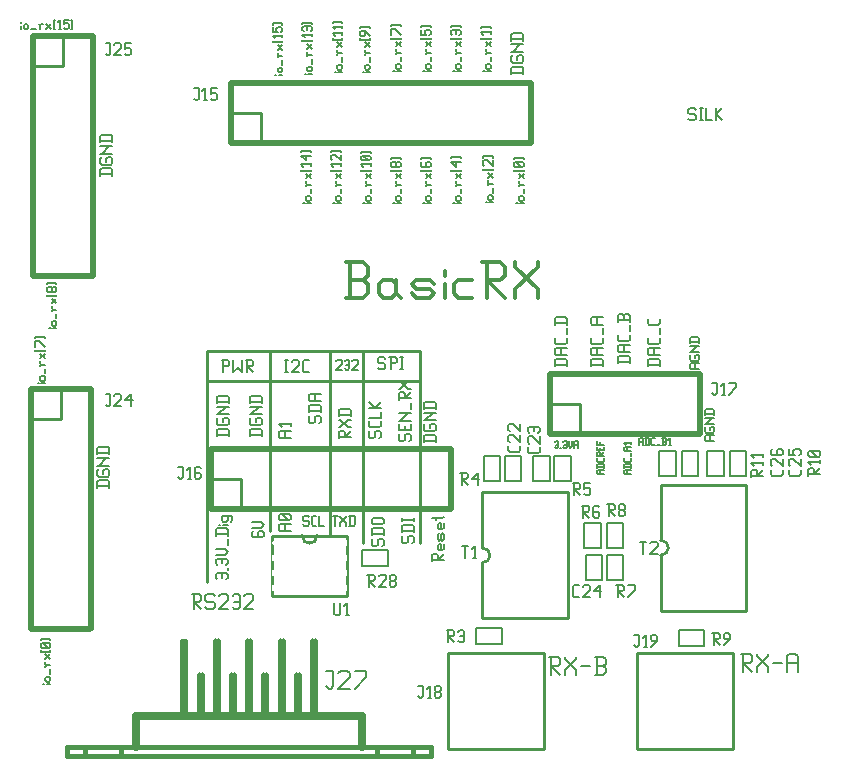
<source format=gbr>
G04 Title: RX Daughterboard, silkscreen, component side *
G04 Creator: pcb-bin 1.99p *
G04 CreationDate: Thu Dec 30 23:48:06 2004 UTC *
G04 For: matt *
G04 Format: Gerber/RS-274X *
G04 PCB-Dimensions: 275000 250000 *
G04 PCB-Coordinate-Origin: lower left *
%MOIN*%
%FSLAX24Y24*%
%IPPOS*%
%ADD11C,0.0100*%
%ADD12C,0.0300*%
%ADD13R,0.0600X0.0600*%
%ADD14R,0.0660X0.0660*%
%ADD15R,0.0900X0.0900X0.0600X0.0600*%
%ADD16R,0.0900X0.0900*%
%ADD17C,0.0600*%
%ADD18C,0.0660*%
%ADD19C,0.0900X0.0600*%
%ADD20C,0.0900*%
%ADD21C,0.0125*%
%AMTHERM1*7,0,0,0.0900,0.0600,0.0125,45*%
%ADD22THERM1*%
%ADD23C,0.1300*%
%ADD24C,0.1360*%
%ADD25C,0.1600X0.1300*%
%ADD26C,0.1600*%
%ADD27C,0.0150*%
%ADD28C,0.0250*%
%ADD29C,0.0080*%
%AMTHERM2*7,0,0,0.0900,0.0600,0.0100,45*%
%ADD30THERM2*%
%ADD31C,0.0200*%
%ADD32R,0.0240X0.0240*%
%ADD33R,0.0440X0.0440*%
%ADD34R,0.0300X0.0300*%
%ADD35C,0.0060*%
%ADD36C,0.0160*%
%ADD37C,0.0460*%
%ADD38C,0.0220*%
%ADD39R,0.0160X0.0160*%
%ADD40R,0.0460X0.0460*%
%ADD41R,0.0220X0.0220*%
%ADD42C,0.0500*%
%ADD43R,0.0200X0.0200*%
%ADD44R,0.0500X0.0500*%
%ADD45R,0.0540X0.0540*%
%ADD46R,0.0650X0.0650*%
%ADD47R,0.0950X0.0950*%
%ADD48C,0.1200X0.0900*%
%ADD49C,0.1200*%
%AMTHERM3*7,0,0,0.1200,0.0900,0.0150,45*%
%ADD50THERM3*%
%ADD51C,0.0720*%
%ADD52C,0.0920X0.0720*%
%ADD53C,0.0920*%
%ADD54C,0.0240*%
%ADD55C,0.0340*%
%ADD56C,0.0119*%
%ADD57C,0.1320*%
%ADD58C,0.1100*%
%ADD59C,0.1520*%
%ADD60C,0.1520X0.1320*%
%ADD61C,0.0400*%
%ADD62C,0.0600X0.0400*%
%AMTHERM4*7,0,0,0.0600,0.0400,0.0100,45*%
%ADD63THERM4*%
%ADD64C,0.0800*%
%ADD65C,0.0800X0.0600*%
%AMTHERM5*7,0,0,0.0800,0.0600,0.0160,45*%
%ADD66THERM5*%
%LNGROUP_3*%
%LPD*%
G01X0Y0D02*
G54D27*X1750Y300D02*Y0D01*
Y300D02*X13870D01*
Y0D01*
X1750D02*X13870D01*
X2350Y300D02*Y0D01*
X3550Y300D02*Y0D01*
X13270Y300D02*Y0D01*
X12070Y300D02*Y0D01*
G54D28*X4050Y1350D02*Y300D01*
Y1350D02*X11570D01*
Y300D01*
G54D27*X4050D02*X11570D01*
G54D28*X5650Y3810D02*Y1350D01*
X6730Y3810D02*Y1350D01*
X7810Y3810D02*Y1350D01*
X8890Y3810D02*Y1350D01*
X9970Y3810D02*Y1350D01*
X6190Y2690D02*Y1350D01*
X7270Y2690D02*Y1350D01*
X8350Y2690D02*Y1350D01*
X9430Y2690D02*Y1350D01*
G04 Text: J27 *
G54D29*X10380Y2850D02*X10605D01*
Y2325D01*
X10530Y2250D02*X10605Y2325D01*
X10455Y2250D02*X10530D01*
X10380Y2325D02*X10455Y2250D01*
X10785Y2775D02*X10860Y2850D01*
X11085D01*
X11160Y2775D01*
Y2625D01*
X10785Y2250D02*X11160Y2625D01*
X10785Y2250D02*X11160D01*
X11340D02*X11715Y2625D01*
Y2850D02*Y2625D01*
X11340Y2850D02*X11715D01*
G54D31*X600Y24000D02*Y16000D01*
X2600D01*
Y24000D02*Y16000D01*
X600Y24000D02*X2600D01*
G54D11*X600Y23000D02*X1600D01*
Y24000D02*Y23000D01*
G04 Text: J25 *
G54D29*X3020Y23760D02*X3170D01*
Y23410D01*
X3120Y23360D02*X3170Y23410D01*
X3070Y23360D02*X3120D01*
X3020Y23410D02*X3070Y23360D01*
X3290Y23710D02*X3340Y23760D01*
X3490D01*
X3540Y23710D01*
Y23610D01*
X3290Y23360D02*X3540Y23610D01*
X3290Y23360D02*X3540D01*
X3660Y23760D02*X3860D01*
X3660D02*Y23560D01*
X3710Y23610D01*
X3810D01*
X3860Y23560D01*
Y23410D01*
X3810Y23360D02*X3860Y23410D01*
X3710Y23360D02*X3810D01*
X3660Y23410D02*X3710Y23360D01*
G54D31*X550Y12250D02*Y4250D01*
X2550D01*
Y12250D02*Y4250D01*
X550Y12250D02*X2550D01*
G54D11*X550Y11250D02*X1550D01*
Y12250D02*Y11250D01*
G04 Text: J24 *
G54D29*X3030Y12060D02*X3180D01*
Y11710D01*
X3130Y11660D02*X3180Y11710D01*
X3080Y11660D02*X3130D01*
X3030Y11710D02*X3080Y11660D01*
X3300Y12010D02*X3350Y12060D01*
X3500D01*
X3550Y12010D01*
Y11910D01*
X3300Y11660D02*X3550Y11910D01*
X3300Y11660D02*X3550D01*
X3670Y11860D02*X3870Y12060D01*
X3670Y11860D02*X3920D01*
X3870Y12060D02*Y11660D01*
G54D11*X8560Y7350D02*X10070D01*
X9570D02*X11080D01*
Y5350D01*
X8560D02*X11080D01*
X8560Y7350D02*Y5350D01*
X9570Y7350D02*G75*G03X10070Y7350I250J0D01*G01*
G04 Text: U1 *
G54D29*X10650Y5100D02*Y4750D01*
X10700Y4700D01*
X10800D01*
X10850Y4750D01*
Y5100D02*Y4750D01*
X11020Y4700D02*X11120D01*
X11070Y5100D02*Y4700D01*
X10970Y5000D02*X11070Y5100D01*
G54D31*X6550Y8250D02*X14550D01*
Y10250D02*Y8250D01*
X6550Y10250D02*X14550D01*
X6550D02*Y8250D01*
G54D11*X7550Y9250D02*Y8250D01*
X6550Y9250D02*X7550D01*
G04 Text: J16 *
G54D29*X5450Y9650D02*X5600D01*
Y9300D01*
X5550Y9250D02*X5600Y9300D01*
X5500Y9250D02*X5550D01*
X5450Y9300D02*X5500Y9250D01*
X5770D02*X5870D01*
X5820Y9650D02*Y9250D01*
X5720Y9550D02*X5820Y9650D01*
X6140D02*X6190Y9600D01*
X6040Y9650D02*X6140D01*
X5990Y9600D02*X6040Y9650D01*
X5990Y9600D02*Y9300D01*
X6040Y9250D01*
X6140Y9450D02*X6190Y9400D01*
X5990Y9450D02*X6140D01*
X6040Y9250D02*X6140D01*
X6190Y9300D01*
Y9400D02*Y9300D01*
G54D35*X12420Y6870D02*Y6330D01*
X11580Y6870D02*X12420D01*
X11580D02*Y6330D01*
X12420D01*
G04 Text: R28 *
G54D29*X11750Y6050D02*X11950D01*
X12000Y6000D01*
Y5900D01*
X11950Y5850D02*X12000Y5900D01*
X11800Y5850D02*X11950D01*
X11800Y6050D02*Y5650D01*
Y5850D02*X12000Y5650D01*
X12120Y6000D02*X12170Y6050D01*
X12320D01*
X12370Y6000D01*
Y5900D01*
X12120Y5650D02*X12370Y5900D01*
X12120Y5650D02*X12370D01*
X12490Y5700D02*X12540Y5650D01*
X12490Y5800D02*Y5700D01*
Y5800D02*X12540Y5850D01*
X12640D01*
X12690Y5800D01*
Y5700D01*
X12640Y5650D02*X12690Y5700D01*
X12540Y5650D02*X12640D01*
X12490Y5900D02*X12540Y5850D01*
X12490Y6000D02*Y5900D01*
Y6000D02*X12540Y6050D01*
X12640D01*
X12690Y6000D01*
Y5900D01*
X12640Y5850D02*X12690Y5900D01*
G54D35*X16330Y10020D02*X16870D01*
X16330D02*Y9180D01*
X16870D01*
Y10020D02*Y9180D01*
G04 Text: C22 *
G54D29*X16850Y10350D02*Y10200D01*
X16800Y10150D02*X16850Y10200D01*
X16500Y10150D02*X16800D01*
X16500D02*X16450Y10200D01*
Y10350D02*Y10200D01*
X16500Y10470D02*X16450Y10520D01*
Y10670D02*Y10520D01*
Y10670D02*X16500Y10720D01*
X16600D01*
X16850Y10470D02*X16600Y10720D01*
X16850D02*Y10470D01*
X16500Y10840D02*X16450Y10890D01*
Y11040D02*Y10890D01*
Y11040D02*X16500Y11090D01*
X16600D01*
X16850Y10840D02*X16600Y11090D01*
X16850D02*Y10840D01*
G54D35*X15630Y9180D02*X16170D01*
Y10020D02*Y9180D01*
X15630Y10020D02*X16170D01*
X15630D02*Y9180D01*
G04 Text: R4 *
G54D29*X14850Y9450D02*X15050D01*
X15100Y9400D01*
Y9300D01*
X15050Y9250D02*X15100Y9300D01*
X14900Y9250D02*X15050D01*
X14900Y9450D02*Y9050D01*
Y9250D02*X15100Y9050D01*
X15220Y9250D02*X15420Y9450D01*
X15220Y9250D02*X15470D01*
X15420Y9450D02*Y9050D01*
G54D11*X15580Y4600D02*X18420D01*
Y8800D02*Y4600D01*
X15580Y8800D02*X18420D01*
X15580Y6450D02*Y4600D01*
Y8800D02*Y6950D01*
Y6450D02*G75*G03X15580Y6950I0J250D01*G01*
G04 Text: T1 *
G54D29*X14900Y7000D02*X15100D01*
X15000D02*Y6600D01*
X15270D02*X15370D01*
X15320Y7000D02*Y6600D01*
X15220Y6900D02*X15320Y7000D01*
G54D35*X19730Y6720D02*X20270D01*
X19730D02*Y5880D01*
X20270D01*
Y6720D02*Y5880D01*
G04 Text: R7 *
G54D29*X20050Y5700D02*X20250D01*
X20300Y5650D01*
Y5550D01*
X20250Y5500D02*X20300Y5550D01*
X20100Y5500D02*X20250D01*
X20100Y5700D02*Y5300D01*
Y5500D02*X20300Y5300D01*
X20420D02*X20670Y5550D01*
Y5700D02*Y5550D01*
X20420Y5700D02*X20670D01*
G54D35*X18980Y7770D02*X19520D01*
X18980D02*Y6930D01*
X19520D01*
Y7770D02*Y6930D01*
G04 Text: R6 *
G54D29*X18900Y8350D02*X19100D01*
X19150Y8300D01*
Y8200D01*
X19100Y8150D02*X19150Y8200D01*
X18950Y8150D02*X19100D01*
X18950Y8350D02*Y7950D01*
Y8150D02*X19150Y7950D01*
X19420Y8350D02*X19470Y8300D01*
X19320Y8350D02*X19420D01*
X19270Y8300D02*X19320Y8350D01*
X19270Y8300D02*Y8000D01*
X19320Y7950D01*
X19420Y8150D02*X19470Y8100D01*
X19270Y8150D02*X19420D01*
X19320Y7950D02*X19420D01*
X19470Y8000D01*
Y8100D02*Y8000D01*
G54D35*X19570Y6720D02*Y5880D01*
X19030D02*X19570D01*
X19030Y6720D02*Y5880D01*
Y6720D02*X19570D01*
G04 Text: C24 *
G54D29*X18650Y5300D02*X18800D01*
X18600Y5350D02*X18650Y5300D01*
X18600Y5650D02*Y5350D01*
Y5650D02*X18650Y5700D01*
X18800D01*
X18920Y5650D02*X18970Y5700D01*
X19120D01*
X19170Y5650D01*
Y5550D01*
X18920Y5300D02*X19170Y5550D01*
X18920Y5300D02*X19170D01*
X19290Y5500D02*X19490Y5700D01*
X19290Y5500D02*X19540D01*
X19490Y5700D02*Y5300D01*
G54D35*X19730Y7770D02*X20270D01*
X19730D02*Y6930D01*
X20270D01*
Y7770D02*Y6930D01*
G04 Text: R8 *
G54D29*X19750Y8400D02*X19950D01*
X20000Y8350D01*
Y8250D01*
X19950Y8200D02*X20000Y8250D01*
X19800Y8200D02*X19950D01*
X19800Y8400D02*Y8000D01*
Y8200D02*X20000Y8000D01*
X20120Y8050D02*X20170Y8000D01*
X20120Y8150D02*Y8050D01*
Y8150D02*X20170Y8200D01*
X20270D01*
X20320Y8150D01*
Y8050D01*
X20270Y8000D02*X20320Y8050D01*
X20170Y8000D02*X20270D01*
X20120Y8250D02*X20170Y8200D01*
X20120Y8350D02*Y8250D01*
Y8350D02*X20170Y8400D01*
X20270D01*
X20320Y8350D01*
Y8250D01*
X20270Y8200D02*X20320Y8250D01*
G54D35*X22130Y4220D02*Y3680D01*
X22970D01*
Y4220D02*Y3680D01*
X22130Y4220D02*X22970D01*
G04 Text: R9 *
G54D29*X23250Y4100D02*X23450D01*
X23500Y4050D01*
Y3950D01*
X23450Y3900D02*X23500Y3950D01*
X23300Y3900D02*X23450D01*
X23300Y4100D02*Y3700D01*
Y3900D02*X23500Y3700D01*
X23620D02*X23820Y3900D01*
Y4050D02*Y3900D01*
X23770Y4100D02*X23820Y4050D01*
X23670Y4100D02*X23770D01*
X23620Y4050D02*X23670Y4100D01*
X23620Y4050D02*Y3950D01*
X23670Y3900D01*
X23820D01*
G54D35*X22230Y10170D02*X22770D01*
X22230D02*Y9330D01*
X22770D01*
Y10170D02*Y9330D01*
G04 Text: C26 *
G54D29*X25600Y9550D02*Y9400D01*
X25550Y9350D02*X25600Y9400D01*
X25250Y9350D02*X25550D01*
X25250D02*X25200Y9400D01*
Y9550D02*Y9400D01*
X25250Y9670D02*X25200Y9720D01*
Y9870D02*Y9720D01*
Y9870D02*X25250Y9920D01*
X25350D01*
X25600Y9670D02*X25350Y9920D01*
X25600D02*Y9670D01*
X25200Y10190D02*X25250Y10240D01*
X25200Y10190D02*Y10090D01*
X25250Y10040D02*X25200Y10090D01*
X25250Y10040D02*X25550D01*
X25600Y10090D01*
X25400Y10190D02*X25450Y10240D01*
X25400Y10190D02*Y10040D01*
X25600Y10190D02*Y10090D01*
Y10190D02*X25550Y10240D01*
X25450D02*X25550D01*
G54D35*X23080Y10170D02*X23620D01*
X23080D02*Y9330D01*
X23620D01*
Y10170D02*Y9330D01*
G04 Text: C25 *
G54D29*X26200Y9550D02*Y9400D01*
X26150Y9350D02*X26200Y9400D01*
X25850Y9350D02*X26150D01*
X25850D02*X25800Y9400D01*
Y9550D02*Y9400D01*
X25850Y9670D02*X25800Y9720D01*
Y9870D02*Y9720D01*
Y9870D02*X25850Y9920D01*
X25950D01*
X26200Y9670D02*X25950Y9920D01*
X26200D02*Y9670D01*
X25800Y10240D02*Y10040D01*
X26000D01*
X25950Y10090D01*
Y10190D02*Y10090D01*
Y10190D02*X26000Y10240D01*
X26150D01*
X26200Y10190D02*X26150Y10240D01*
X26200Y10190D02*Y10090D01*
X26150Y10040D02*X26200Y10090D01*
G54D35*X21480Y9330D02*X22020D01*
Y10170D02*Y9330D01*
X21480Y10170D02*X22020D01*
X21480D02*Y9330D01*
G04 Text: R11 *
G54D29*X24550Y9500D02*Y9300D01*
Y9500D02*X24600Y9550D01*
X24700D01*
X24750Y9500D02*X24700Y9550D01*
X24750Y9500D02*Y9350D01*
X24550D02*X24950D01*
X24750D02*X24950Y9550D01*
Y9820D02*Y9720D01*
X24550Y9770D02*X24950D01*
X24650Y9670D02*X24550Y9770D01*
X24950Y10090D02*Y9990D01*
X24550Y10040D02*X24950D01*
X24650Y9940D02*X24550Y10040D01*
G54D35*X17980Y9180D02*X18520D01*
Y10020D02*Y9180D01*
X17980Y10020D02*X18520D01*
X17980D02*Y9180D01*
G04 Text: R5 *
G54D29*X18600Y9100D02*X18800D01*
X18850Y9050D01*
Y8950D01*
X18800Y8900D02*X18850Y8950D01*
X18650Y8900D02*X18800D01*
X18650Y9100D02*Y8700D01*
Y8900D02*X18850Y8700D01*
X18970Y9100D02*X19170D01*
X18970D02*Y8900D01*
X19020Y8950D01*
X19120D01*
X19170Y8900D01*
Y8750D01*
X19120Y8700D02*X19170Y8750D01*
X19020Y8700D02*X19120D01*
X18970Y8750D02*X19020Y8700D01*
G54D11*X23950Y3450D02*Y250D01*
X20750D02*X23950D01*
X20750Y3450D02*Y250D01*
Y3450D02*X23950D01*
G04 Text: J19 *
G54D29*X20650Y4050D02*X20800D01*
Y3700D01*
X20750Y3650D02*X20800Y3700D01*
X20700Y3650D02*X20750D01*
X20650Y3700D02*X20700Y3650D01*
X20970D02*X21070D01*
X21020Y4050D02*Y3650D01*
X20920Y3950D02*X21020Y4050D01*
X21190Y3650D02*X21390Y3850D01*
Y4000D02*Y3850D01*
X21340Y4050D02*X21390Y4000D01*
X21240Y4050D02*X21340D01*
X21190Y4000D02*X21240Y4050D01*
X21190Y4000D02*Y3900D01*
X21240Y3850D01*
X21390D01*
G54D11*X17650Y3450D02*Y250D01*
X14450D02*X17650D01*
X14450Y3450D02*Y250D01*
Y3450D02*X17650D01*
G04 Text: J18 *
G54D29*X13450Y2350D02*X13600D01*
Y2000D01*
X13550Y1950D02*X13600Y2000D01*
X13500Y1950D02*X13550D01*
X13450Y2000D02*X13500Y1950D01*
X13770D02*X13870D01*
X13820Y2350D02*Y1950D01*
X13720Y2250D02*X13820Y2350D01*
X13990Y2000D02*X14040Y1950D01*
X13990Y2100D02*Y2000D01*
Y2100D02*X14040Y2150D01*
X14140D01*
X14190Y2100D01*
Y2000D01*
X14140Y1950D02*X14190Y2000D01*
X14040Y1950D02*X14140D01*
X13990Y2200D02*X14040Y2150D01*
X13990Y2300D02*Y2200D01*
Y2300D02*X14040Y2350D01*
X14140D01*
X14190Y2300D01*
Y2200D01*
X14140Y2150D02*X14190Y2200D01*
G54D31*X17850Y10750D02*X22850D01*
Y12750D02*Y10750D01*
X17850Y12750D02*X22850D01*
X17850D02*Y10750D01*
G54D11*X18850Y11750D02*Y10750D01*
X17850Y11750D02*X18850D01*
G04 Text: J17 *
G54D29*X23250Y12450D02*X23400D01*
Y12100D01*
X23350Y12050D02*X23400Y12100D01*
X23300Y12050D02*X23350D01*
X23250Y12100D02*X23300Y12050D01*
X23570D02*X23670D01*
X23620Y12450D02*Y12050D01*
X23520Y12350D02*X23620Y12450D01*
X23790Y12050D02*X24040Y12300D01*
Y12450D02*Y12300D01*
X23790Y12450D02*X24040D01*
G54D31*X7200Y20450D02*X17200D01*
Y22450D02*Y20450D01*
X7200Y22450D02*X17200D01*
X7200D02*Y20450D01*
G54D11*X8200Y21450D02*Y20450D01*
X7200Y21450D02*X8200D01*
G04 Text: J15 *
G54D29*X5980Y22270D02*X6130D01*
Y21920D01*
X6080Y21870D02*X6130Y21920D01*
X6030Y21870D02*X6080D01*
X5980Y21920D02*X6030Y21870D01*
X6300D02*X6400D01*
X6350Y22270D02*Y21870D01*
X6250Y22170D02*X6350Y22270D01*
X6520D02*X6720D01*
X6520D02*Y22070D01*
X6570Y22120D01*
X6670D01*
X6720Y22070D01*
Y21920D01*
X6670Y21870D02*X6720Y21920D01*
X6570Y21870D02*X6670D01*
X6520Y21920D02*X6570Y21870D01*
G54D35*X23830Y9330D02*X24370D01*
Y10170D02*Y9330D01*
X23830Y10170D02*X24370D01*
X23830D02*Y9330D01*
G04 Text: R10 *
G54D29*X26450Y9550D02*Y9350D01*
Y9550D02*X26500Y9600D01*
X26600D01*
X26650Y9550D02*X26600Y9600D01*
X26650Y9550D02*Y9400D01*
X26450D02*X26850D01*
X26650D02*X26850Y9600D01*
Y9870D02*Y9770D01*
X26450Y9820D02*X26850D01*
X26550Y9720D02*X26450Y9820D01*
X26800Y9990D02*X26850Y10040D01*
X26500Y9990D02*X26800D01*
X26500D02*X26450Y10040D01*
Y10140D02*Y10040D01*
Y10140D02*X26500Y10190D01*
X26800D01*
X26850Y10140D02*X26800Y10190D01*
X26850Y10140D02*Y10040D01*
X26750Y9990D02*X26550Y10190D01*
G54D35*X17280Y10020D02*X17820D01*
X17280D02*Y9180D01*
X17820D01*
Y10020D02*Y9180D01*
G04 Text: C23 *
G54D29*X17500Y10300D02*Y10150D01*
X17450Y10100D02*X17500Y10150D01*
X17150Y10100D02*X17450D01*
X17150D02*X17100Y10150D01*
Y10300D02*Y10150D01*
X17150Y10420D02*X17100Y10470D01*
Y10620D02*Y10470D01*
Y10620D02*X17150Y10670D01*
X17250D01*
X17500Y10420D02*X17250Y10670D01*
X17500D02*Y10420D01*
X17150Y10790D02*X17100Y10840D01*
Y10940D02*Y10840D01*
Y10940D02*X17150Y10990D01*
X17450D01*
X17500Y10940D02*X17450Y10990D01*
X17500Y10940D02*Y10840D01*
X17450Y10790D02*X17500Y10840D01*
X17300Y10990D02*Y10840D01*
G54D11*X21530Y4850D02*X24370D01*
Y9050D02*Y4850D01*
X21530Y9050D02*X24370D01*
X21530Y6700D02*Y4850D01*
Y9050D02*Y7200D01*
Y6700D02*G75*G03X21530Y7200I0J250D01*G01*
G04 Text: T2 *
G54D29*X20850Y7150D02*X21050D01*
X20950D02*Y6750D01*
X21170Y7100D02*X21220Y7150D01*
X21370D01*
X21420Y7100D01*
Y7000D01*
X21170Y6750D02*X21420Y7000D01*
X21170Y6750D02*X21420D01*
G54D35*X16220Y4270D02*Y3730D01*
X15380Y4270D02*X16220D01*
X15380D02*Y3730D01*
X16220D01*
G04 Text: R3 *
G54D29*X14400Y4200D02*X14600D01*
X14650Y4150D01*
Y4050D01*
X14600Y4000D02*X14650Y4050D01*
X14450Y4000D02*X14600D01*
X14450Y4200D02*Y3800D01*
Y4000D02*X14650Y3800D01*
X14770Y4150D02*X14820Y4200D01*
X14920D01*
X14970Y4150D01*
Y3850D01*
X14920Y3800D02*X14970Y3850D01*
X14820Y3800D02*X14920D01*
X14770Y3850D02*X14820Y3800D01*
Y4000D02*X14970D01*
G54D11*X6400Y12500D02*X13500D01*
Y13500D02*Y7100D01*
X11600Y13500D02*Y7100D01*
X10500Y13500D02*Y7400D01*
X8500Y13500D02*Y7500D01*
X6400Y13500D02*X13500D01*
X6400Y5800D02*Y13500D01*
G04 Text: AGND *
G54D29*X23039Y10500D02*X23312D01*
X23039D02*X23000Y10539D01*
Y10656D02*Y10539D01*
Y10656D02*X23039Y10695D01*
X23312D01*
X23156D02*Y10500D01*
X23000Y10944D02*X23039Y10983D01*
X23000Y10944D02*Y10827D01*
X23039Y10788D02*X23000Y10827D01*
X23039Y10788D02*X23273D01*
X23312Y10827D01*
Y10944D02*Y10827D01*
Y10944D02*X23273Y10983D01*
X23195D02*X23273D01*
X23156Y10944D02*X23195Y10983D01*
X23156Y10944D02*Y10866D01*
X23000Y11077D02*X23312D01*
X23000D02*X23039D01*
X23234Y11272D01*
X23000D02*X23312D01*
X23000Y11405D02*X23312D01*
X23000Y11522D02*X23039Y11561D01*
X23273D01*
X23312Y11522D02*X23273Y11561D01*
X23312Y11522D02*Y11366D01*
X23000Y11522D02*Y11366D01*
G04 Text: AGND *
X22539Y12900D02*X22812D01*
X22539D02*X22500Y12939D01*
Y13056D02*Y12939D01*
Y13056D02*X22539Y13095D01*
X22812D01*
X22656D02*Y12900D01*
X22500Y13344D02*X22539Y13383D01*
X22500Y13344D02*Y13227D01*
X22539Y13188D02*X22500Y13227D01*
X22539Y13188D02*X22773D01*
X22812Y13227D01*
Y13344D02*Y13227D01*
Y13344D02*X22773Y13383D01*
X22695D02*X22773D01*
X22656Y13344D02*X22695Y13383D01*
X22656Y13344D02*Y13266D01*
X22500Y13477D02*X22812D01*
X22500D02*X22539D01*
X22734Y13672D01*
X22500D02*X22812D01*
X22500Y13805D02*X22812D01*
X22500Y13922D02*X22539Y13961D01*
X22773D01*
X22812Y13922D02*X22773Y13961D01*
X22812Y13922D02*Y13766D01*
X22500Y13922D02*Y13766D01*
G04 Text: ADCREF *
X19428Y9400D02*X19624D01*
X19428D02*X19400Y9428D01*
Y9512D02*Y9428D01*
Y9512D02*X19428Y9540D01*
X19624D01*
X19512D02*Y9400D01*
X19400Y9635D02*X19624D01*
X19400Y9719D02*X19428Y9747D01*
X19596D01*
X19624Y9719D02*X19596Y9747D01*
X19624Y9719D02*Y9607D01*
X19400Y9719D02*Y9607D01*
X19624Y9926D02*Y9842D01*
X19596Y9814D02*X19624Y9842D01*
X19428Y9814D02*X19596D01*
X19428D02*X19400Y9842D01*
Y9926D02*Y9842D01*
Y10105D02*Y9993D01*
Y10105D02*X19428Y10133D01*
X19484D01*
X19512Y10105D02*X19484Y10133D01*
X19512Y10105D02*Y10021D01*
X19400D02*X19624D01*
X19512D02*X19624Y10133D01*
X19512Y10285D02*Y10201D01*
X19624Y10313D02*Y10201D01*
X19400D02*X19624D01*
X19400Y10313D02*Y10201D01*
Y10380D02*X19624D01*
X19400Y10492D02*Y10380D01*
X19512Y10464D02*Y10380D01*
G04 Text: ADC_B1 *
X20800Y10572D02*Y10376D01*
Y10572D02*X20828Y10600D01*
X20912D01*
X20940Y10572D01*
Y10376D01*
X20800Y10488D02*X20940D01*
X21035Y10600D02*Y10376D01*
X21119Y10600D02*X21147Y10572D01*
Y10404D01*
X21119Y10376D02*X21147Y10404D01*
X21007Y10376D02*X21119D01*
X21007Y10600D02*X21119D01*
X21242Y10376D02*X21326D01*
X21214Y10404D02*X21242Y10376D01*
X21214Y10572D02*Y10404D01*
Y10572D02*X21242Y10600D01*
X21326D01*
X21393Y10376D02*X21505D01*
X21573D02*X21685D01*
X21713Y10404D01*
Y10460D02*Y10404D01*
X21685Y10488D02*X21713Y10460D01*
X21601Y10488D02*X21685D01*
X21601Y10600D02*Y10376D01*
X21573Y10600D02*X21685D01*
X21713Y10572D01*
Y10516D01*
X21685Y10488D02*X21713Y10516D01*
X21808Y10376D02*X21864D01*
X21836Y10600D02*Y10376D01*
X21780Y10544D02*X21836Y10600D01*
G04 Text: DAC_B *
X20100Y13150D02*X20500D01*
X20100Y13300D02*X20150Y13350D01*
X20450D01*
X20500Y13300D02*X20450Y13350D01*
X20500Y13300D02*Y13100D01*
X20100Y13300D02*Y13100D01*
X20150Y13470D02*X20500D01*
X20150D02*X20100Y13520D01*
Y13670D02*Y13520D01*
Y13670D02*X20150Y13720D01*
X20500D01*
X20300D02*Y13470D01*
X20500Y14040D02*Y13890D01*
X20450Y13840D02*X20500Y13890D01*
X20150Y13840D02*X20450D01*
X20150D02*X20100Y13890D01*
Y14040D02*Y13890D01*
X20500Y14360D02*Y14160D01*
Y14680D02*Y14480D01*
Y14680D02*X20450Y14730D01*
X20350D02*X20450D01*
X20300Y14680D02*X20350Y14730D01*
X20300Y14680D02*Y14530D01*
X20100D02*X20500D01*
X20100Y14680D02*Y14480D01*
Y14680D02*X20150Y14730D01*
X20250D01*
X20300Y14680D02*X20250Y14730D01*
G04 Text: DAC_A *
X19200Y13050D02*X19600D01*
X19200Y13200D02*X19250Y13250D01*
X19550D01*
X19600Y13200D02*X19550Y13250D01*
X19600Y13200D02*Y13000D01*
X19200Y13200D02*Y13000D01*
X19250Y13370D02*X19600D01*
X19250D02*X19200Y13420D01*
Y13570D02*Y13420D01*
Y13570D02*X19250Y13620D01*
X19600D01*
X19400D02*Y13370D01*
X19600Y13940D02*Y13790D01*
X19550Y13740D02*X19600Y13790D01*
X19250Y13740D02*X19550D01*
X19250D02*X19200Y13790D01*
Y13940D02*Y13790D01*
X19600Y14260D02*Y14060D01*
X19250Y14380D02*X19600D01*
X19250D02*X19200Y14430D01*
Y14580D02*Y14430D01*
Y14580D02*X19250Y14630D01*
X19600D01*
X19400D02*Y14380D01*
G04 Text: 3.3VA *
X18000Y10472D02*X18028Y10500D01*
X18084D01*
X18112Y10472D01*
Y10304D01*
X18084Y10276D02*X18112Y10304D01*
X18028Y10276D02*X18084D01*
X18000Y10304D02*X18028Y10276D01*
Y10388D02*X18112D01*
X18179Y10276D02*X18207D01*
X18274Y10472D02*X18302Y10500D01*
X18358D01*
X18386Y10472D01*
Y10304D01*
X18358Y10276D02*X18386Y10304D01*
X18302Y10276D02*X18358D01*
X18274Y10304D02*X18302Y10276D01*
Y10388D02*X18386D01*
X18453Y10500D02*Y10332D01*
X18509Y10276D01*
X18565Y10332D01*
Y10500D02*Y10332D01*
X18633Y10472D02*Y10276D01*
Y10472D02*X18661Y10500D01*
X18745D01*
X18773Y10472D01*
Y10276D01*
X18633Y10388D02*X18773D01*
G04 Text: ADC_A1 *
X20328Y9400D02*X20524D01*
X20328D02*X20300Y9428D01*
Y9512D02*Y9428D01*
Y9512D02*X20328Y9540D01*
X20524D01*
X20412D02*Y9400D01*
X20300Y9635D02*X20524D01*
X20300Y9719D02*X20328Y9747D01*
X20496D01*
X20524Y9719D02*X20496Y9747D01*
X20524Y9719D02*Y9607D01*
X20300Y9719D02*Y9607D01*
X20524Y9926D02*Y9842D01*
X20496Y9814D02*X20524Y9842D01*
X20328Y9814D02*X20496D01*
X20328D02*X20300Y9842D01*
Y9926D02*Y9842D01*
X20524Y10105D02*Y9993D01*
X20328Y10173D02*X20524D01*
X20328D02*X20300Y10201D01*
Y10285D02*Y10201D01*
Y10285D02*X20328Y10313D01*
X20524D01*
X20412D02*Y10173D01*
X20524Y10464D02*Y10408D01*
X20300Y10436D02*X20524D01*
X20356Y10380D02*X20300Y10436D01*
G04 Text: DAC_D *
X18000Y13050D02*X18400D01*
X18000Y13200D02*X18050Y13250D01*
X18350D01*
X18400Y13200D02*X18350Y13250D01*
X18400Y13200D02*Y13000D01*
X18000Y13200D02*Y13000D01*
X18050Y13370D02*X18400D01*
X18050D02*X18000Y13420D01*
Y13570D02*Y13420D01*
Y13570D02*X18050Y13620D01*
X18400D01*
X18200D02*Y13370D01*
X18400Y13940D02*Y13790D01*
X18350Y13740D02*X18400Y13790D01*
X18050Y13740D02*X18350D01*
X18050D02*X18000Y13790D01*
Y13940D02*Y13790D01*
X18400Y14260D02*Y14060D01*
X18000Y14430D02*X18400D01*
X18000Y14580D02*X18050Y14630D01*
X18350D01*
X18400Y14580D02*X18350Y14630D01*
X18400Y14580D02*Y14380D01*
X18000Y14580D02*Y14380D01*
G04 Text: DAC_C *
X21100Y13050D02*X21500D01*
X21100Y13200D02*X21150Y13250D01*
X21450D01*
X21500Y13200D02*X21450Y13250D01*
X21500Y13200D02*Y13000D01*
X21100Y13200D02*Y13000D01*
X21150Y13370D02*X21500D01*
X21150D02*X21100Y13420D01*
Y13570D02*Y13420D01*
Y13570D02*X21150Y13620D01*
X21500D01*
X21300D02*Y13370D01*
X21500Y13940D02*Y13790D01*
X21450Y13740D02*X21500Y13790D01*
X21150Y13740D02*X21450D01*
X21150D02*X21100Y13790D01*
Y13940D02*Y13790D01*
X21500Y14260D02*Y14060D01*
Y14580D02*Y14430D01*
X21450Y14380D02*X21500Y14430D01*
X21150Y14380D02*X21450D01*
X21150D02*X21100Y14430D01*
Y14580D02*Y14430D01*
G04 Text: 232 *
X10700Y13161D02*X10739Y13200D01*
X10856D01*
X10895Y13161D01*
Y13083D01*
X10700Y12888D02*X10895Y13083D01*
X10700Y12888D02*X10895D01*
X10988Y13161D02*X11027Y13200D01*
X11105D01*
X11144Y13161D01*
Y12927D01*
X11105Y12888D02*X11144Y12927D01*
X11027Y12888D02*X11105D01*
X10988Y12927D02*X11027Y12888D01*
Y13044D02*X11144D01*
X11238Y13161D02*X11277Y13200D01*
X11394D01*
X11433Y13161D01*
Y13083D01*
X11238Y12888D02*X11433Y13083D01*
X11238Y12888D02*X11433D01*
G04 Text: I2C *
X9000Y13200D02*X9100D01*
X9050D02*Y12800D01*
X9000D02*X9100D01*
X9220Y13150D02*X9270Y13200D01*
X9420D01*
X9470Y13150D01*
Y13050D01*
X9220Y12800D02*X9470Y13050D01*
X9220Y12800D02*X9470D01*
X9640D02*X9790D01*
X9590Y12850D02*X9640Y12800D01*
X9590Y13150D02*Y12850D01*
Y13150D02*X9640Y13200D01*
X9790D01*
G04 Text: SPI *
X12300Y13300D02*X12350Y13250D01*
X12150Y13300D02*X12300D01*
X12100Y13250D02*X12150Y13300D01*
X12100Y13250D02*Y13150D01*
X12150Y13100D01*
X12300D01*
X12350Y13050D01*
Y12950D01*
X12300Y12900D02*X12350Y12950D01*
X12150Y12900D02*X12300D01*
X12100Y12950D02*X12150Y12900D01*
X12520Y13300D02*Y12900D01*
X12470Y13300D02*X12670D01*
X12720Y13250D01*
Y13150D01*
X12670Y13100D02*X12720Y13150D01*
X12520Y13100D02*X12670D01*
X12840Y13300D02*X12940D01*
X12890D02*Y12900D01*
X12840D02*X12940D01*
G04 Text: PWR *
X6950Y13200D02*Y12800D01*
X6900Y13200D02*X7100D01*
X7150Y13150D01*
Y13050D01*
X7100Y13000D02*X7150Y13050D01*
X6950Y13000D02*X7100D01*
X7270Y13200D02*Y12800D01*
X7420Y12950D01*
X7570Y12800D01*
Y13200D02*Y12800D01*
X7690Y13200D02*X7890D01*
X7940Y13150D01*
Y13050D01*
X7890Y13000D02*X7940Y13050D01*
X7740Y13000D02*X7890D01*
X7740Y13200D02*Y12800D01*
Y13000D02*X7940Y12800D01*
G04 Text: 6V *
X7900Y7450D02*X7950Y7500D01*
X7900Y7450D02*Y7350D01*
X7950Y7300D02*X7900Y7350D01*
X7950Y7300D02*X8250D01*
X8300Y7350D01*
X8100Y7450D02*X8150Y7500D01*
X8100Y7450D02*Y7300D01*
X8300Y7450D02*Y7350D01*
Y7450D02*X8250Y7500D01*
X8150D02*X8250D01*
X7900Y7620D02*X8200D01*
X8300Y7720D01*
X8200Y7820D01*
X7900D02*X8200D01*
G04 Text: 3.3V_Dig *
X6750Y5900D02*X6700Y5950D01*
Y6050D02*Y5950D01*
Y6050D02*X6750Y6100D01*
X7050D01*
X7100Y6050D02*X7050Y6100D01*
X7100Y6050D02*Y5950D01*
X7050Y5900D02*X7100Y5950D01*
X6900Y6100D02*Y5950D01*
X7100Y6270D02*Y6220D01*
X6750Y6390D02*X6700Y6440D01*
Y6540D02*Y6440D01*
Y6540D02*X6750Y6590D01*
X7050D01*
X7100Y6540D02*X7050Y6590D01*
X7100Y6540D02*Y6440D01*
X7050Y6390D02*X7100Y6440D01*
X6900Y6590D02*Y6440D01*
X6700Y6710D02*X7000D01*
X7100Y6810D01*
X7000Y6910D01*
X6700D02*X7000D01*
X7100Y7230D02*Y7030D01*
X6700Y7400D02*X7100D01*
X6700Y7550D02*X6750Y7600D01*
X7050D01*
X7100Y7550D02*X7050Y7600D01*
X7100Y7550D02*Y7350D01*
X6700Y7550D02*Y7350D01*
X6800Y7720D02*X6850D01*
X6950D02*X7100D01*
X6900Y7970D02*X6950Y8020D01*
X6900Y7970D02*Y7870D01*
X6950Y7820D02*X6900Y7870D01*
X6950Y7820D02*X7050D01*
X7100Y7870D01*
Y7970D02*Y7870D01*
Y7970D02*X7050Y8020D01*
X7200Y7820D02*X7250Y7870D01*
Y7970D02*Y7870D01*
Y7970D02*X7200Y8020D01*
X6900D02*X7200D01*
G04 Text: TXD *
X10600Y8000D02*X10756D01*
X10678D02*Y7688D01*
X10849Y8000D02*Y7961D01*
X11044Y7766D01*
Y7688D01*
X10849Y7766D02*Y7688D01*
Y7766D02*X11044Y7961D01*
Y8000D02*Y7961D01*
X11177Y8000D02*Y7688D01*
X11294Y8000D02*X11333Y7961D01*
Y7727D01*
X11294Y7688D02*X11333Y7727D01*
X11138Y7688D02*X11294D01*
X11138Y8000D02*X11294D01*
G04 Text: RXD *
X10800Y10800D02*Y10600D01*
Y10800D02*X10850Y10850D01*
X10950D01*
X11000Y10800D02*X10950Y10850D01*
X11000Y10800D02*Y10650D01*
X10800D02*X11200D01*
X11000D02*X11200Y10850D01*
X10800Y10970D02*X10850D01*
X11100Y11220D01*
X11200D01*
X11100Y10970D02*X11200D01*
X11100D02*X10850Y11220D01*
X10800D02*X10850D01*
X10800Y11390D02*X11200D01*
X10800Y11540D02*X10850Y11590D01*
X11150D01*
X11200Y11540D02*X11150Y11590D01*
X11200Y11540D02*Y11340D01*
X10800Y11540D02*Y11340D01*
G04 Text: Reset *
X13900Y6700D02*Y6500D01*
Y6700D02*X13950Y6750D01*
X14050D01*
X14100Y6700D02*X14050Y6750D01*
X14100Y6700D02*Y6550D01*
X13900D02*X14300D01*
X14100D02*X14300Y6750D01*
Y7070D02*Y6920D01*
X14250Y6870D02*X14300Y6920D01*
X14150Y6870D02*X14250D01*
X14150D02*X14100Y6920D01*
Y7020D02*Y6920D01*
Y7020D02*X14150Y7070D01*
X14200D02*Y6870D01*
X14150Y7070D02*X14200D01*
X14300Y7390D02*Y7240D01*
Y7390D02*X14250Y7440D01*
X14200Y7390D02*X14250Y7440D01*
X14200Y7390D02*Y7240D01*
X14150Y7190D02*X14200Y7240D01*
X14150Y7190D02*X14100Y7240D01*
Y7390D02*Y7240D01*
Y7390D02*X14150Y7440D01*
X14250Y7190D02*X14300Y7240D01*
Y7760D02*Y7610D01*
X14250Y7560D02*X14300Y7610D01*
X14150Y7560D02*X14250D01*
X14150D02*X14100Y7610D01*
Y7710D02*Y7610D01*
Y7710D02*X14150Y7760D01*
X14200D02*Y7560D01*
X14150Y7760D02*X14200D01*
X13900Y7930D02*X14250D01*
X14300Y7980D01*
X14050D02*Y7880D01*
G04 Text: SDO *
X11900Y7200D02*X11950Y7250D01*
X11900Y7200D02*Y7050D01*
X11950Y7000D02*X11900Y7050D01*
X11950Y7000D02*X12050D01*
X12100Y7050D01*
Y7200D02*Y7050D01*
Y7200D02*X12150Y7250D01*
X12250D01*
X12300Y7200D02*X12250Y7250D01*
X12300Y7200D02*Y7050D01*
X12250Y7000D02*X12300Y7050D01*
X11900Y7420D02*X12300D01*
X11900Y7570D02*X11950Y7620D01*
X12250D01*
X12300Y7570D02*X12250Y7620D01*
X12300Y7570D02*Y7370D01*
X11900Y7570D02*Y7370D01*
X11950Y7740D02*X12250D01*
X11950D02*X11900Y7790D01*
Y7890D02*Y7790D01*
Y7890D02*X11950Y7940D01*
X12250D01*
X12300Y7890D02*X12250Y7940D01*
X12300Y7890D02*Y7790D01*
X12250Y7740D02*X12300Y7790D01*
G04 Text: SDI *
X12900Y7300D02*X12950Y7350D01*
X12900Y7300D02*Y7150D01*
X12950Y7100D02*X12900Y7150D01*
X12950Y7100D02*X13050D01*
X13100Y7150D01*
Y7300D02*Y7150D01*
Y7300D02*X13150Y7350D01*
X13250D01*
X13300Y7300D02*X13250Y7350D01*
X13300Y7300D02*Y7150D01*
X13250Y7100D02*X13300Y7150D01*
X12900Y7520D02*X13300D01*
X12900Y7670D02*X12950Y7720D01*
X13250D01*
X13300Y7670D02*X13250Y7720D01*
X13300Y7670D02*Y7470D01*
X12900Y7670D02*Y7470D01*
Y7940D02*Y7840D01*
Y7890D02*X13300D01*
Y7940D02*Y7840D01*
G04 Text: SEN_RX *
X12800Y10700D02*X12850Y10750D01*
X12800Y10700D02*Y10550D01*
X12850Y10500D02*X12800Y10550D01*
X12850Y10500D02*X12950D01*
X13000Y10550D01*
Y10700D02*Y10550D01*
Y10700D02*X13050Y10750D01*
X13150D01*
X13200Y10700D02*X13150Y10750D01*
X13200Y10700D02*Y10550D01*
X13150Y10500D02*X13200Y10550D01*
X13000Y11020D02*Y10870D01*
X13200Y11070D02*Y10870D01*
X12800D02*X13200D01*
X12800Y11070D02*Y10870D01*
Y11190D02*X13200D01*
X12800D02*X12850D01*
X13100Y11440D01*
X12800D02*X13200D01*
Y11760D02*Y11560D01*
X12800Y12080D02*Y11880D01*
Y12080D02*X12850Y12130D01*
X12950D01*
X13000Y12080D02*X12950Y12130D01*
X13000Y12080D02*Y11930D01*
X12800D02*X13200D01*
X13000D02*X13200Y12130D01*
X12800Y12250D02*X12850D01*
X13100Y12500D01*
X13200D01*
X13100Y12250D02*X13200D01*
X13100D02*X12850Y12500D01*
X12800D02*X12850D01*
G04 Text: SCLK *
X11800Y10800D02*X11850Y10850D01*
X11800Y10800D02*Y10650D01*
X11850Y10600D02*X11800Y10650D01*
X11850Y10600D02*X11950D01*
X12000Y10650D01*
Y10800D02*Y10650D01*
Y10800D02*X12050Y10850D01*
X12150D01*
X12200Y10800D02*X12150Y10850D01*
X12200Y10800D02*Y10650D01*
X12150Y10600D02*X12200Y10650D01*
Y11170D02*Y11020D01*
X12150Y10970D02*X12200Y11020D01*
X11850Y10970D02*X12150D01*
X11850D02*X11800Y11020D01*
Y11170D02*Y11020D01*
Y11290D02*X12200D01*
Y11490D02*Y11290D01*
X11800Y11610D02*X12200D01*
X12000D02*X11800Y11810D01*
X12000Y11610D02*X12200Y11810D01*
G04 Text: SCL *
X9756Y8000D02*X9795Y7961D01*
X9639Y8000D02*X9756D01*
X9600Y7961D02*X9639Y8000D01*
X9600Y7961D02*Y7883D01*
X9639Y7844D01*
X9756D01*
X9795Y7805D01*
Y7727D01*
X9756Y7688D02*X9795Y7727D01*
X9639Y7688D02*X9756D01*
X9600Y7727D02*X9639Y7688D01*
X9927D02*X10044D01*
X9888Y7727D02*X9927Y7688D01*
X9888Y7961D02*Y7727D01*
Y7961D02*X9927Y8000D01*
X10044D01*
X10138D02*Y7688D01*
X10294D01*
G04 Text: SDA *
X9800Y11300D02*X9850Y11350D01*
X9800Y11300D02*Y11150D01*
X9850Y11100D02*X9800Y11150D01*
X9850Y11100D02*X9950D01*
X10000Y11150D01*
Y11300D02*Y11150D01*
Y11300D02*X10050Y11350D01*
X10150D01*
X10200Y11300D02*X10150Y11350D01*
X10200Y11300D02*Y11150D01*
X10150Y11100D02*X10200Y11150D01*
X9800Y11520D02*X10200D01*
X9800Y11670D02*X9850Y11720D01*
X10150D01*
X10200Y11670D02*X10150Y11720D01*
X10200Y11670D02*Y11470D01*
X9800Y11670D02*Y11470D01*
X9850Y11840D02*X10200D01*
X9850D02*X9800Y11890D01*
Y12040D02*Y11890D01*
Y12040D02*X9850Y12090D01*
X10200D01*
X10000D02*Y11840D01*
G04 Text: A0 *
X8850Y7500D02*X9200D01*
X8850D02*X8800Y7550D01*
Y7700D02*Y7550D01*
Y7700D02*X8850Y7750D01*
X9200D01*
X9000D02*Y7500D01*
X9150Y7870D02*X9200Y7920D01*
X8850Y7870D02*X9150D01*
X8850D02*X8800Y7920D01*
Y8020D02*Y7920D01*
Y8020D02*X8850Y8070D01*
X9150D01*
X9200Y8020D02*X9150Y8070D01*
X9200Y8020D02*Y7920D01*
X9100Y7870D02*X8900Y8070D01*
G04 Text: A1 *
X8850Y10600D02*X9200D01*
X8850D02*X8800Y10650D01*
Y10800D02*Y10650D01*
Y10800D02*X8850Y10850D01*
X9200D01*
X9000D02*Y10600D01*
X9200Y11120D02*Y11020D01*
X8800Y11070D02*X9200D01*
X8900Y10970D02*X8800Y11070D01*
G04 Text: RS232 *
X5900Y5400D02*X6144D01*
X6205Y5339D01*
Y5217D01*
X6144Y5156D02*X6205Y5217D01*
X5961Y5156D02*X6144D01*
X5961Y5400D02*Y4912D01*
Y5156D02*X6205Y4912D01*
X6595Y5400D02*X6656Y5339D01*
X6412Y5400D02*X6595D01*
X6351Y5339D02*X6412Y5400D01*
X6351Y5339D02*Y5217D01*
X6412Y5156D01*
X6595D01*
X6656Y5095D01*
Y4973D01*
X6595Y4912D02*X6656Y4973D01*
X6412Y4912D02*X6595D01*
X6351Y4973D02*X6412Y4912D01*
X6803Y5339D02*X6864Y5400D01*
X7047D01*
X7108Y5339D01*
Y5217D01*
X6803Y4912D02*X7108Y5217D01*
X6803Y4912D02*X7108D01*
X7254Y5339D02*X7315Y5400D01*
X7437D01*
X7498Y5339D01*
Y4973D01*
X7437Y4912D02*X7498Y4973D01*
X7315Y4912D02*X7437D01*
X7254Y4973D02*X7315Y4912D01*
Y5156D02*X7498D01*
X7645Y5339D02*X7706Y5400D01*
X7889D01*
X7950Y5339D01*
Y5217D01*
X7645Y4912D02*X7950Y5217D01*
X7645Y4912D02*X7950D01*
G04 Text: RX-A *
X24200Y3400D02*X24488D01*
X24560Y3328D01*
Y3184D01*
X24488Y3112D02*X24560Y3184D01*
X24272Y3112D02*X24488D01*
X24272Y3400D02*Y2824D01*
Y3112D02*X24560Y2824D01*
X24732Y3400D02*Y3328D01*
X25092Y2968D01*
Y2824D01*
X24732Y2968D02*Y2824D01*
Y2968D02*X25092Y3328D01*
Y3400D02*Y3328D01*
X25265Y3112D02*X25553D01*
X25726Y3328D02*Y2824D01*
Y3328D02*X25798Y3400D01*
X26014D01*
X26086Y3328D01*
Y2824D01*
X25726Y3112D02*X26086D01*
G04 Text: RX-B *
X17800Y3300D02*X18088D01*
X18160Y3228D01*
Y3084D01*
X18088Y3012D02*X18160Y3084D01*
X17872Y3012D02*X18088D01*
X17872Y3300D02*Y2724D01*
Y3012D02*X18160Y2724D01*
X18332Y3300D02*Y3228D01*
X18692Y2868D01*
Y2724D01*
X18332Y2868D02*Y2724D01*
Y2868D02*X18692Y3228D01*
Y3300D02*Y3228D01*
X18865Y3012D02*X19153D01*
X19326Y2724D02*X19614D01*
X19686Y2796D01*
Y2940D02*Y2796D01*
X19614Y3012D02*X19686Y2940D01*
X19398Y3012D02*X19614D01*
X19398Y3300D02*Y2724D01*
X19326Y3300D02*X19614D01*
X19686Y3228D01*
Y3084D01*
X19614Y3012D02*X19686Y3084D01*
G04 Text: DGND *
X13630Y10510D02*X14030D01*
X13630Y10660D02*X13680Y10710D01*
X13980D01*
X14030Y10660D02*X13980Y10710D01*
X14030Y10660D02*Y10460D01*
X13630Y10660D02*Y10460D01*
Y11030D02*X13680Y11080D01*
X13630Y11030D02*Y10880D01*
X13680Y10830D02*X13630Y10880D01*
X13680Y10830D02*X13980D01*
X14030Y10880D01*
Y11030D02*Y10880D01*
Y11030D02*X13980Y11080D01*
X13880D02*X13980D01*
X13830Y11030D02*X13880Y11080D01*
X13830Y11030D02*Y10930D01*
X13630Y11200D02*X14030D01*
X13630D02*X13680D01*
X13930Y11450D01*
X13630D02*X14030D01*
X13630Y11620D02*X14030D01*
X13630Y11770D02*X13680Y11820D01*
X13980D01*
X14030Y11770D02*X13980Y11820D01*
X14030Y11770D02*Y11570D01*
X13630Y11770D02*Y11570D01*
G04 Text: DGND *
X7830Y10710D02*X8230D01*
X7830Y10860D02*X7880Y10910D01*
X8180D01*
X8230Y10860D02*X8180Y10910D01*
X8230Y10860D02*Y10660D01*
X7830Y10860D02*Y10660D01*
Y11230D02*X7880Y11280D01*
X7830Y11230D02*Y11080D01*
X7880Y11030D02*X7830Y11080D01*
X7880Y11030D02*X8180D01*
X8230Y11080D01*
Y11230D02*Y11080D01*
Y11230D02*X8180Y11280D01*
X8080D02*X8180D01*
X8030Y11230D02*X8080Y11280D01*
X8030Y11230D02*Y11130D01*
X7830Y11400D02*X8230D01*
X7830D02*X7880D01*
X8130Y11650D01*
X7830D02*X8230D01*
X7830Y11820D02*X8230D01*
X7830Y11970D02*X7880Y12020D01*
X8180D01*
X8230Y11970D02*X8180Y12020D01*
X8230Y11970D02*Y11770D01*
X7830Y11970D02*Y11770D01*
G04 Text: io_rx[3] *
X14618Y22840D02*X14657D01*
X14735D02*X14852D01*
X14735Y22918D02*X14813D01*
X14735D02*X14696Y22957D01*
Y23035D02*Y22957D01*
Y23035D02*X14735Y23074D01*
X14813D01*
X14852Y23035D02*X14813Y23074D01*
X14852Y23035D02*Y22957D01*
X14813Y22918D02*X14852Y22957D01*
Y23323D02*Y23167D01*
X14735Y23456D02*X14852D01*
X14735D02*X14696Y23495D01*
Y23573D02*Y23495D01*
Y23417D02*X14735Y23456D01*
X14696Y23667D02*X14852Y23823D01*
Y23667D02*X14696Y23823D01*
X14540Y23955D02*Y23916D01*
X14852D01*
Y23955D02*Y23916D01*
X14579Y24049D02*X14540Y24088D01*
Y24166D02*Y24088D01*
Y24166D02*X14579Y24205D01*
X14813D01*
X14852Y24166D02*X14813Y24205D01*
X14852Y24166D02*Y24088D01*
X14813Y24049D02*X14852Y24088D01*
X14696Y24205D02*Y24088D01*
X14540Y24338D02*Y24299D01*
Y24338D02*X14852D01*
Y24299D01*
G04 Text: io_rx[5] *
X13618Y22840D02*X13657D01*
X13735D02*X13852D01*
X13735Y22918D02*X13813D01*
X13735D02*X13696Y22957D01*
Y23035D02*Y22957D01*
Y23035D02*X13735Y23074D01*
X13813D01*
X13852Y23035D02*X13813Y23074D01*
X13852Y23035D02*Y22957D01*
X13813Y22918D02*X13852Y22957D01*
Y23323D02*Y23167D01*
X13735Y23456D02*X13852D01*
X13735D02*X13696Y23495D01*
Y23573D02*Y23495D01*
Y23417D02*X13735Y23456D01*
X13696Y23667D02*X13852Y23823D01*
Y23667D02*X13696Y23823D01*
X13540Y23955D02*Y23916D01*
X13852D01*
Y23955D02*Y23916D01*
X13540Y24205D02*Y24049D01*
X13696D01*
X13657Y24088D01*
Y24166D02*Y24088D01*
Y24166D02*X13696Y24205D01*
X13813D01*
X13852Y24166D02*X13813Y24205D01*
X13852Y24166D02*Y24088D01*
X13813Y24049D02*X13852Y24088D01*
X13540Y24338D02*Y24299D01*
Y24338D02*X13852D01*
Y24299D01*
G04 Text: io_rx[7] *
X12618Y22840D02*X12657D01*
X12735D02*X12852D01*
X12735Y22918D02*X12813D01*
X12735D02*X12696Y22957D01*
Y23035D02*Y22957D01*
Y23035D02*X12735Y23074D01*
X12813D01*
X12852Y23035D02*X12813Y23074D01*
X12852Y23035D02*Y22957D01*
X12813Y22918D02*X12852Y22957D01*
Y23323D02*Y23167D01*
X12735Y23456D02*X12852D01*
X12735D02*X12696Y23495D01*
Y23573D02*Y23495D01*
Y23417D02*X12735Y23456D01*
X12696Y23667D02*X12852Y23823D01*
Y23667D02*X12696Y23823D01*
X12540Y23955D02*Y23916D01*
X12852D01*
Y23955D02*Y23916D01*
Y24049D02*X12657Y24244D01*
X12540D02*X12657D01*
X12540D02*Y24049D01*
Y24377D02*Y24338D01*
Y24377D02*X12852D01*
Y24338D01*
G04 Text: io_rx[9] *
X11588Y22810D02*X11627D01*
X11705D02*X11822D01*
X11705Y22888D02*X11783D01*
X11705D02*X11666Y22927D01*
Y23005D02*Y22927D01*
Y23005D02*X11705Y23044D01*
X11783D01*
X11822Y23005D02*X11783Y23044D01*
X11822Y23005D02*Y22927D01*
X11783Y22888D02*X11822Y22927D01*
Y23293D02*Y23137D01*
X11705Y23426D02*X11822D01*
X11705D02*X11666Y23465D01*
Y23543D02*Y23465D01*
Y23387D02*X11705Y23426D01*
X11666Y23637D02*X11822Y23793D01*
Y23637D02*X11666Y23793D01*
X11510Y23925D02*Y23886D01*
X11822D01*
Y23925D02*Y23886D01*
Y24019D02*X11666Y24175D01*
X11549D02*X11666D01*
X11510Y24136D02*X11549Y24175D01*
X11510Y24136D02*Y24058D01*
X11549Y24019D02*X11510Y24058D01*
X11549Y24019D02*X11627D01*
X11666Y24058D01*
Y24175D02*Y24058D01*
X11510Y24308D02*Y24269D01*
Y24308D02*X11822D01*
Y24269D01*
G04 Text: io_rx[11] *
X10668Y22810D02*X10707D01*
X10785D02*X10902D01*
X10785Y22888D02*X10863D01*
X10785D02*X10746Y22927D01*
Y23005D02*Y22927D01*
Y23005D02*X10785Y23044D01*
X10863D01*
X10902Y23005D02*X10863Y23044D01*
X10902Y23005D02*Y22927D01*
X10863Y22888D02*X10902Y22927D01*
Y23293D02*Y23137D01*
X10785Y23426D02*X10902D01*
X10785D02*X10746Y23465D01*
Y23543D02*Y23465D01*
Y23387D02*X10785Y23426D01*
X10746Y23637D02*X10902Y23793D01*
Y23637D02*X10746Y23793D01*
X10590Y23925D02*Y23886D01*
X10902D01*
Y23925D02*Y23886D01*
Y24136D02*Y24058D01*
X10590Y24097D02*X10902D01*
X10668Y24019D02*X10590Y24097D01*
X10902Y24347D02*Y24269D01*
X10590Y24308D02*X10902D01*
X10668Y24230D02*X10590Y24308D01*
Y24479D02*Y24440D01*
Y24479D02*X10902D01*
Y24440D01*
G04 Text: io_rx[13] *
X9658Y22750D02*X9697D01*
X9775D02*X9892D01*
X9775Y22828D02*X9853D01*
X9775D02*X9736Y22867D01*
Y22945D02*Y22867D01*
Y22945D02*X9775Y22984D01*
X9853D01*
X9892Y22945D02*X9853Y22984D01*
X9892Y22945D02*Y22867D01*
X9853Y22828D02*X9892Y22867D01*
Y23233D02*Y23077D01*
X9775Y23366D02*X9892D01*
X9775D02*X9736Y23405D01*
Y23483D02*Y23405D01*
Y23327D02*X9775Y23366D01*
X9736Y23577D02*X9892Y23733D01*
Y23577D02*X9736Y23733D01*
X9580Y23865D02*Y23826D01*
X9892D01*
Y23865D02*Y23826D01*
Y24076D02*Y23998D01*
X9580Y24037D02*X9892D01*
X9658Y23959D02*X9580Y24037D01*
X9619Y24170D02*X9580Y24209D01*
Y24287D02*Y24209D01*
Y24287D02*X9619Y24326D01*
X9853D01*
X9892Y24287D02*X9853Y24326D01*
X9892Y24287D02*Y24209D01*
X9853Y24170D02*X9892Y24209D01*
X9736Y24326D02*Y24209D01*
X9580Y24458D02*Y24419D01*
Y24458D02*X9892D01*
Y24419D01*
G04 Text: io_rx[15] *
X8678Y22720D02*X8717D01*
X8795D02*X8912D01*
X8795Y22798D02*X8873D01*
X8795D02*X8756Y22837D01*
Y22915D02*Y22837D01*
Y22915D02*X8795Y22954D01*
X8873D01*
X8912Y22915D02*X8873Y22954D01*
X8912Y22915D02*Y22837D01*
X8873Y22798D02*X8912Y22837D01*
Y23203D02*Y23047D01*
X8795Y23336D02*X8912D01*
X8795D02*X8756Y23375D01*
Y23453D02*Y23375D01*
Y23297D02*X8795Y23336D01*
X8756Y23547D02*X8912Y23703D01*
Y23547D02*X8756Y23703D01*
X8600Y23835D02*Y23796D01*
X8912D01*
Y23835D02*Y23796D01*
Y24046D02*Y23968D01*
X8600Y24007D02*X8912D01*
X8678Y23929D02*X8600Y24007D01*
Y24296D02*Y24140D01*
X8756D01*
X8717Y24179D01*
Y24257D02*Y24179D01*
Y24257D02*X8756Y24296D01*
X8873D01*
X8912Y24257D02*X8873Y24296D01*
X8912Y24257D02*Y24179D01*
X8873Y24140D02*X8912Y24179D01*
X8600Y24428D02*Y24389D01*
Y24428D02*X8912D01*
Y24389D01*
G04 Text: io_rx[10] *
X11618Y18440D02*X11657D01*
X11735D02*X11852D01*
X11735Y18518D02*X11813D01*
X11735D02*X11696Y18557D01*
Y18635D02*Y18557D01*
Y18635D02*X11735Y18674D01*
X11813D01*
X11852Y18635D02*X11813Y18674D01*
X11852Y18635D02*Y18557D01*
X11813Y18518D02*X11852Y18557D01*
Y18923D02*Y18767D01*
X11735Y19056D02*X11852D01*
X11735D02*X11696Y19095D01*
Y19173D02*Y19095D01*
Y19017D02*X11735Y19056D01*
X11696Y19267D02*X11852Y19423D01*
Y19267D02*X11696Y19423D01*
X11540Y19555D02*Y19516D01*
X11852D01*
Y19555D02*Y19516D01*
Y19766D02*Y19688D01*
X11540Y19727D02*X11852D01*
X11618Y19649D02*X11540Y19727D01*
X11813Y19860D02*X11852Y19899D01*
X11579Y19860D02*X11813D01*
X11579D02*X11540Y19899D01*
Y19977D02*Y19899D01*
Y19977D02*X11579Y20016D01*
X11813D01*
X11852Y19977D02*X11813Y20016D01*
X11852Y19977D02*Y19899D01*
X11774Y19860D02*X11618Y20016D01*
X11540Y20148D02*Y20109D01*
Y20148D02*X11852D01*
Y20109D01*
G04 Text: io_rx[2] *
X15688Y18460D02*X15727D01*
X15805D02*X15922D01*
X15805Y18538D02*X15883D01*
X15805D02*X15766Y18577D01*
Y18655D02*Y18577D01*
Y18655D02*X15805Y18694D01*
X15883D01*
X15922Y18655D02*X15883Y18694D01*
X15922Y18655D02*Y18577D01*
X15883Y18538D02*X15922Y18577D01*
Y18943D02*Y18787D01*
X15805Y19076D02*X15922D01*
X15805D02*X15766Y19115D01*
Y19193D02*Y19115D01*
Y19037D02*X15805Y19076D01*
X15766Y19287D02*X15922Y19443D01*
Y19287D02*X15766Y19443D01*
X15610Y19575D02*Y19536D01*
X15922D01*
Y19575D02*Y19536D01*
X15649Y19669D02*X15610Y19708D01*
Y19825D02*Y19708D01*
Y19825D02*X15649Y19864D01*
X15727D01*
X15922Y19669D02*X15727Y19864D01*
X15922D02*Y19669D01*
X15610Y19997D02*Y19958D01*
Y19997D02*X15922D01*
Y19958D01*
G04 Text: io_rx[8] *
X12618Y18440D02*X12657D01*
X12735D02*X12852D01*
X12735Y18518D02*X12813D01*
X12735D02*X12696Y18557D01*
Y18635D02*Y18557D01*
Y18635D02*X12735Y18674D01*
X12813D01*
X12852Y18635D02*X12813Y18674D01*
X12852Y18635D02*Y18557D01*
X12813Y18518D02*X12852Y18557D01*
Y18923D02*Y18767D01*
X12735Y19056D02*X12852D01*
X12735D02*X12696Y19095D01*
Y19173D02*Y19095D01*
Y19017D02*X12735Y19056D01*
X12696Y19267D02*X12852Y19423D01*
Y19267D02*X12696Y19423D01*
X12540Y19555D02*Y19516D01*
X12852D01*
Y19555D02*Y19516D01*
X12813Y19649D02*X12852Y19688D01*
X12735Y19649D02*X12813D01*
X12735D02*X12696Y19688D01*
Y19766D02*Y19688D01*
Y19766D02*X12735Y19805D01*
X12813D01*
X12852Y19766D02*X12813Y19805D01*
X12852Y19766D02*Y19688D01*
X12657Y19649D02*X12696Y19688D01*
X12579Y19649D02*X12657D01*
X12579D02*X12540Y19688D01*
Y19766D02*Y19688D01*
Y19766D02*X12579Y19805D01*
X12657D01*
X12696Y19766D02*X12657Y19805D01*
X12540Y19938D02*Y19899D01*
Y19938D02*X12852D01*
Y19899D01*
G04 Text: io_rx[6] *
X13618Y18440D02*X13657D01*
X13735D02*X13852D01*
X13735Y18518D02*X13813D01*
X13735D02*X13696Y18557D01*
Y18635D02*Y18557D01*
Y18635D02*X13735Y18674D01*
X13813D01*
X13852Y18635D02*X13813Y18674D01*
X13852Y18635D02*Y18557D01*
X13813Y18518D02*X13852Y18557D01*
Y18923D02*Y18767D01*
X13735Y19056D02*X13852D01*
X13735D02*X13696Y19095D01*
Y19173D02*Y19095D01*
Y19017D02*X13735Y19056D01*
X13696Y19267D02*X13852Y19423D01*
Y19267D02*X13696Y19423D01*
X13540Y19555D02*Y19516D01*
X13852D01*
Y19555D02*Y19516D01*
X13540Y19766D02*X13579Y19805D01*
X13540Y19766D02*Y19688D01*
X13579Y19649D02*X13540Y19688D01*
X13579Y19649D02*X13813D01*
X13852Y19688D01*
X13696Y19766D02*X13735Y19805D01*
X13696Y19766D02*Y19649D01*
X13852Y19766D02*Y19688D01*
Y19766D02*X13813Y19805D01*
X13735D02*X13813D01*
X13540Y19938D02*Y19899D01*
Y19938D02*X13852D01*
Y19899D01*
G04 Text: io_rx[4] *
X14618Y18440D02*X14657D01*
X14735D02*X14852D01*
X14735Y18518D02*X14813D01*
X14735D02*X14696Y18557D01*
Y18635D02*Y18557D01*
Y18635D02*X14735Y18674D01*
X14813D01*
X14852Y18635D02*X14813Y18674D01*
X14852Y18635D02*Y18557D01*
X14813Y18518D02*X14852Y18557D01*
Y18923D02*Y18767D01*
X14735Y19056D02*X14852D01*
X14735D02*X14696Y19095D01*
Y19173D02*Y19095D01*
Y19017D02*X14735Y19056D01*
X14696Y19267D02*X14852Y19423D01*
Y19267D02*X14696Y19423D01*
X14540Y19555D02*Y19516D01*
X14852D01*
Y19555D02*Y19516D01*
X14696Y19649D02*X14540Y19805D01*
X14696Y19844D02*Y19649D01*
X14540Y19805D02*X14852D01*
X14540Y19977D02*Y19938D01*
Y19977D02*X14852D01*
Y19938D01*
G04 Text: io_rx[14] *
X9618Y18440D02*X9657D01*
X9735D02*X9852D01*
X9735Y18518D02*X9813D01*
X9735D02*X9696Y18557D01*
Y18635D02*Y18557D01*
Y18635D02*X9735Y18674D01*
X9813D01*
X9852Y18635D02*X9813Y18674D01*
X9852Y18635D02*Y18557D01*
X9813Y18518D02*X9852Y18557D01*
Y18923D02*Y18767D01*
X9735Y19056D02*X9852D01*
X9735D02*X9696Y19095D01*
Y19173D02*Y19095D01*
Y19017D02*X9735Y19056D01*
X9696Y19267D02*X9852Y19423D01*
Y19267D02*X9696Y19423D01*
X9540Y19555D02*Y19516D01*
X9852D01*
Y19555D02*Y19516D01*
Y19766D02*Y19688D01*
X9540Y19727D02*X9852D01*
X9618Y19649D02*X9540Y19727D01*
X9696Y19860D02*X9540Y20016D01*
X9696Y20055D02*Y19860D01*
X9540Y20016D02*X9852D01*
X9540Y20187D02*Y20148D01*
Y20187D02*X9852D01*
Y20148D01*
G04 Text: io_rx[12] *
X10618Y18440D02*X10657D01*
X10735D02*X10852D01*
X10735Y18518D02*X10813D01*
X10735D02*X10696Y18557D01*
Y18635D02*Y18557D01*
Y18635D02*X10735Y18674D01*
X10813D01*
X10852Y18635D02*X10813Y18674D01*
X10852Y18635D02*Y18557D01*
X10813Y18518D02*X10852Y18557D01*
Y18923D02*Y18767D01*
X10735Y19056D02*X10852D01*
X10735D02*X10696Y19095D01*
Y19173D02*Y19095D01*
Y19017D02*X10735Y19056D01*
X10696Y19267D02*X10852Y19423D01*
Y19267D02*X10696Y19423D01*
X10540Y19555D02*Y19516D01*
X10852D01*
Y19555D02*Y19516D01*
Y19766D02*Y19688D01*
X10540Y19727D02*X10852D01*
X10618Y19649D02*X10540Y19727D01*
X10579Y19860D02*X10540Y19899D01*
Y20016D02*Y19899D01*
Y20016D02*X10579Y20055D01*
X10657D01*
X10852Y19860D02*X10657Y20055D01*
X10852D02*Y19860D01*
X10540Y20187D02*Y20148D01*
Y20187D02*X10852D01*
Y20148D01*
G04 Text: io_rx[0] *
X16718Y18440D02*X16757D01*
X16835D02*X16952D01*
X16835Y18518D02*X16913D01*
X16835D02*X16796Y18557D01*
Y18635D02*Y18557D01*
Y18635D02*X16835Y18674D01*
X16913D01*
X16952Y18635D02*X16913Y18674D01*
X16952Y18635D02*Y18557D01*
X16913Y18518D02*X16952Y18557D01*
Y18923D02*Y18767D01*
X16835Y19056D02*X16952D01*
X16835D02*X16796Y19095D01*
Y19173D02*Y19095D01*
Y19017D02*X16835Y19056D01*
X16796Y19267D02*X16952Y19423D01*
Y19267D02*X16796Y19423D01*
X16640Y19555D02*Y19516D01*
X16952D01*
Y19555D02*Y19516D01*
X16913Y19649D02*X16952Y19688D01*
X16679Y19649D02*X16913D01*
X16679D02*X16640Y19688D01*
Y19766D02*Y19688D01*
Y19766D02*X16679Y19805D01*
X16913D01*
X16952Y19766D02*X16913Y19805D01*
X16952Y19766D02*Y19688D01*
X16874Y19649D02*X16718Y19805D01*
X16640Y19938D02*Y19899D01*
Y19938D02*X16952D01*
Y19899D01*
G04 Text: io_rx[1] *
X15618Y22840D02*X15657D01*
X15735D02*X15852D01*
X15735Y22918D02*X15813D01*
X15735D02*X15696Y22957D01*
Y23035D02*Y22957D01*
Y23035D02*X15735Y23074D01*
X15813D01*
X15852Y23035D02*X15813Y23074D01*
X15852Y23035D02*Y22957D01*
X15813Y22918D02*X15852Y22957D01*
Y23323D02*Y23167D01*
X15735Y23456D02*X15852D01*
X15735D02*X15696Y23495D01*
Y23573D02*Y23495D01*
Y23417D02*X15735Y23456D01*
X15696Y23667D02*X15852Y23823D01*
Y23667D02*X15696Y23823D01*
X15540Y23955D02*Y23916D01*
X15852D01*
Y23955D02*Y23916D01*
Y24166D02*Y24088D01*
X15540Y24127D02*X15852D01*
X15618Y24049D02*X15540Y24127D01*
Y24299D02*Y24260D01*
Y24299D02*X15852D01*
Y24260D01*
G04 Text: io_rx[7] *
X758Y12440D02*X797D01*
X875D02*X992D01*
X875Y12518D02*X953D01*
X875D02*X836Y12557D01*
Y12635D02*Y12557D01*
Y12635D02*X875Y12674D01*
X953D01*
X992Y12635D02*X953Y12674D01*
X992Y12635D02*Y12557D01*
X953Y12518D02*X992Y12557D01*
Y12923D02*Y12767D01*
X875Y13056D02*X992D01*
X875D02*X836Y13095D01*
Y13173D02*Y13095D01*
Y13017D02*X875Y13056D01*
X836Y13267D02*X992Y13423D01*
Y13267D02*X836Y13423D01*
X680Y13555D02*Y13516D01*
X992D01*
Y13555D02*Y13516D01*
Y13649D02*X797Y13844D01*
X680D02*X797D01*
X680D02*Y13649D01*
Y13977D02*Y13938D01*
Y13977D02*X992D01*
Y13938D01*
G04 Text: io_rx[15] *
X210Y24472D02*Y24433D01*
Y24355D02*Y24238D01*
X288Y24355D02*Y24277D01*
Y24355D02*X327Y24394D01*
X405D01*
X444Y24355D01*
Y24277D01*
X405Y24238D02*X444Y24277D01*
X327Y24238D02*X405D01*
X288Y24277D02*X327Y24238D01*
X537D02*X693D01*
X826Y24355D02*Y24238D01*
Y24355D02*X865Y24394D01*
X943D01*
X787D02*X826Y24355D01*
X1037Y24394D02*X1193Y24238D01*
X1037D02*X1193Y24394D01*
X1286Y24550D02*X1325D01*
X1286D02*Y24238D01*
X1325D01*
X1458D02*X1536D01*
X1497Y24550D02*Y24238D01*
X1419Y24472D02*X1497Y24550D01*
X1630D02*X1786D01*
X1630D02*Y24394D01*
X1669Y24433D01*
X1747D01*
X1786Y24394D01*
Y24277D01*
X1747Y24238D02*X1786Y24277D01*
X1669Y24238D02*X1747D01*
X1630Y24277D02*X1669Y24238D01*
X1879Y24550D02*X1918D01*
Y24238D01*
X1879D02*X1918D01*
G04 Text: io_rx[0] *
X938Y2410D02*X977D01*
X1055D02*X1172D01*
X1055Y2488D02*X1133D01*
X1055D02*X1016Y2527D01*
Y2605D02*Y2527D01*
Y2605D02*X1055Y2644D01*
X1133D01*
X1172Y2605D02*X1133Y2644D01*
X1172Y2605D02*Y2527D01*
X1133Y2488D02*X1172Y2527D01*
Y2893D02*Y2737D01*
X1055Y3026D02*X1172D01*
X1055D02*X1016Y3065D01*
Y3143D02*Y3065D01*
Y2987D02*X1055Y3026D01*
X1016Y3237D02*X1172Y3393D01*
Y3237D02*X1016Y3393D01*
X860Y3525D02*Y3486D01*
X1172D01*
Y3525D02*Y3486D01*
X1133Y3619D02*X1172Y3658D01*
X899Y3619D02*X1133D01*
X899D02*X860Y3658D01*
Y3736D02*Y3658D01*
Y3736D02*X899Y3775D01*
X1133D01*
X1172Y3736D02*X1133Y3775D01*
X1172Y3736D02*Y3658D01*
X1094Y3619D02*X938Y3775D01*
X860Y3908D02*Y3869D01*
Y3908D02*X1172D01*
Y3869D01*
G04 Text: io_rx[8] *
X1148Y14270D02*X1187D01*
X1265D02*X1382D01*
X1265Y14348D02*X1343D01*
X1265D02*X1226Y14387D01*
Y14465D02*Y14387D01*
Y14465D02*X1265Y14504D01*
X1343D01*
X1382Y14465D02*X1343Y14504D01*
X1382Y14465D02*Y14387D01*
X1343Y14348D02*X1382Y14387D01*
Y14753D02*Y14597D01*
X1265Y14886D02*X1382D01*
X1265D02*X1226Y14925D01*
Y15003D02*Y14925D01*
Y14847D02*X1265Y14886D01*
X1226Y15097D02*X1382Y15253D01*
Y15097D02*X1226Y15253D01*
X1070Y15385D02*Y15346D01*
X1382D01*
Y15385D02*Y15346D01*
X1343Y15479D02*X1382Y15518D01*
X1265Y15479D02*X1343D01*
X1265D02*X1226Y15518D01*
Y15596D02*Y15518D01*
Y15596D02*X1265Y15635D01*
X1343D01*
X1382Y15596D02*X1343Y15635D01*
X1382Y15596D02*Y15518D01*
X1187Y15479D02*X1226Y15518D01*
X1109Y15479D02*X1187D01*
X1109D02*X1070Y15518D01*
Y15596D02*Y15518D01*
Y15596D02*X1109Y15635D01*
X1187D01*
X1226Y15596D02*X1187Y15635D01*
X1070Y15768D02*Y15729D01*
Y15768D02*X1382D01*
Y15729D01*
G04 Text: DGND *
X2850Y19400D02*X3250D01*
X2850Y19550D02*X2900Y19600D01*
X3200D01*
X3250Y19550D02*X3200Y19600D01*
X3250Y19550D02*Y19350D01*
X2850Y19550D02*Y19350D01*
Y19920D02*X2900Y19970D01*
X2850Y19920D02*Y19770D01*
X2900Y19720D02*X2850Y19770D01*
X2900Y19720D02*X3200D01*
X3250Y19770D01*
Y19920D02*Y19770D01*
Y19920D02*X3200Y19970D01*
X3100D02*X3200D01*
X3050Y19920D02*X3100Y19970D01*
X3050Y19920D02*Y19820D01*
X2850Y20090D02*X3250D01*
X2850D02*X2900D01*
X3150Y20340D01*
X2850D02*X3250D01*
X2850Y20510D02*X3250D01*
X2850Y20660D02*X2900Y20710D01*
X3200D01*
X3250Y20660D02*X3200Y20710D01*
X3250Y20660D02*Y20460D01*
X2850Y20660D02*Y20460D01*
G04 Text: DGND *
X6730Y10710D02*X7130D01*
X6730Y10860D02*X6780Y10910D01*
X7080D01*
X7130Y10860D02*X7080Y10910D01*
X7130Y10860D02*Y10660D01*
X6730Y10860D02*Y10660D01*
Y11230D02*X6780Y11280D01*
X6730Y11230D02*Y11080D01*
X6780Y11030D02*X6730Y11080D01*
X6780Y11030D02*X7080D01*
X7130Y11080D01*
Y11230D02*Y11080D01*
Y11230D02*X7080Y11280D01*
X6980D02*X7080D01*
X6930Y11230D02*X6980Y11280D01*
X6930Y11230D02*Y11130D01*
X6730Y11400D02*X7130D01*
X6730D02*X6780D01*
X7030Y11650D01*
X6730D02*X7130D01*
X6730Y11820D02*X7130D01*
X6730Y11970D02*X6780Y12020D01*
X7080D01*
X7130Y11970D02*X7080Y12020D01*
X7130Y11970D02*Y11770D01*
X6730Y11970D02*Y11770D01*
G04 Text: DGND *
X2750Y9000D02*X3150D01*
X2750Y9150D02*X2800Y9200D01*
X3100D01*
X3150Y9150D02*X3100Y9200D01*
X3150Y9150D02*Y8950D01*
X2750Y9150D02*Y8950D01*
Y9520D02*X2800Y9570D01*
X2750Y9520D02*Y9370D01*
X2800Y9320D02*X2750Y9370D01*
X2800Y9320D02*X3100D01*
X3150Y9370D01*
Y9520D02*Y9370D01*
Y9520D02*X3100Y9570D01*
X3000D02*X3100D01*
X2950Y9520D02*X3000Y9570D01*
X2950Y9520D02*Y9420D01*
X2750Y9690D02*X3150D01*
X2750D02*X2800D01*
X3050Y9940D01*
X2750D02*X3150D01*
X2750Y10110D02*X3150D01*
X2750Y10260D02*X2800Y10310D01*
X3100D01*
X3150Y10260D02*X3100Y10310D01*
X3150Y10260D02*Y10060D01*
X2750Y10260D02*Y10060D01*
G04 Text: DGND *
X16540Y22790D02*X16940D01*
X16540Y22940D02*X16590Y22990D01*
X16890D01*
X16940Y22940D02*X16890Y22990D01*
X16940Y22940D02*Y22740D01*
X16540Y22940D02*Y22740D01*
Y23310D02*X16590Y23360D01*
X16540Y23310D02*Y23160D01*
X16590Y23110D02*X16540Y23160D01*
X16590Y23110D02*X16890D01*
X16940Y23160D01*
Y23310D02*Y23160D01*
Y23310D02*X16890Y23360D01*
X16790D02*X16890D01*
X16740Y23310D02*X16790Y23360D01*
X16740Y23310D02*Y23210D01*
X16540Y23480D02*X16940D01*
X16540D02*X16590D01*
X16840Y23730D01*
X16540D02*X16940D01*
X16540Y23900D02*X16940D01*
X16540Y24050D02*X16590Y24100D01*
X16890D01*
X16940Y24050D02*X16890Y24100D01*
X16940Y24050D02*Y23850D01*
X16540Y24050D02*Y23850D01*
G04 Text: BasicRX *
G54D56*X11020Y15278D02*X11616D01*
X11765Y15427D01*
Y15725D02*Y15427D01*
X11616Y15874D02*X11765Y15725D01*
X11169Y15874D02*X11616D01*
X11169Y16470D02*Y15278D01*
X11020Y16470D02*X11616D01*
X11765Y16321D01*
Y16023D01*
X11616Y15874D02*X11765Y16023D01*
X12569Y15874D02*X12718Y15725D01*
X12271Y15874D02*X12569D01*
X12122Y15725D02*X12271Y15874D01*
X12122Y15725D02*Y15427D01*
X12271Y15278D01*
X12718Y15874D02*Y15427D01*
X12867Y15278D01*
X12271D02*X12569D01*
X12718Y15427D01*
X13374Y15278D02*X13821D01*
X13970Y15427D01*
X13821Y15576D02*X13970Y15427D01*
X13374Y15576D02*X13821D01*
X13225Y15725D02*X13374Y15576D01*
X13225Y15725D02*X13374Y15874D01*
X13821D01*
X13970Y15725D01*
X13225Y15427D02*X13374Y15278D01*
X14328Y16172D02*Y16023D01*
Y15725D02*Y15278D01*
X14775Y15874D02*X15222D01*
X14626Y15725D02*X14775Y15874D01*
X14626Y15725D02*Y15427D01*
X14775Y15278D01*
X15222D01*
X15580Y16470D02*X16176D01*
X16325Y16321D01*
Y16023D01*
X16176Y15874D02*X16325Y16023D01*
X15729Y15874D02*X16176D01*
X15729Y16470D02*Y15278D01*
Y15874D02*X16325Y15278D01*
X16683Y16470D02*Y16321D01*
X17428Y15576D01*
Y15278D01*
X16683Y15576D02*Y15278D01*
Y15576D02*X17428Y16321D01*
Y16470D02*Y16321D01*
G04 Text: SILK *
G54D29*X22650Y21600D02*X22700Y21550D01*
X22500Y21600D02*X22650D01*
X22450Y21550D02*X22500Y21600D01*
X22450Y21550D02*Y21450D01*
X22500Y21400D01*
X22650D01*
X22700Y21350D01*
Y21250D01*
X22650Y21200D02*X22700Y21250D01*
X22500Y21200D02*X22650D01*
X22450Y21250D02*X22500Y21200D01*
X22820Y21600D02*X22920D01*
X22870D02*Y21200D01*
X22820D02*X22920D01*
X23040Y21600D02*Y21200D01*
X23240D01*
X23360Y21600D02*Y21200D01*
Y21400D02*X23560Y21600D01*
X23360Y21400D02*X23560Y21200D01*
%LNCUTS*%
%LPC*%
G54D13*X5650Y4210D03*
G54D17*X6730D03*
X7810D03*
X8890D03*
X9970D03*
X6190Y3090D03*
X7270D03*
X8350D03*
X9430D03*
G54D23*X2950Y3650D03*
G54D31*X8660Y7100D02*X8940D01*
G54D43*X8660Y6600D02*X8940D01*
X8660Y6100D02*X8940D01*
X8660Y5600D02*X8940D01*
X10700D02*X10980D01*
X10700Y6100D02*X10980D01*
X10700Y6600D02*X10980D01*
X10700Y7100D02*X10980D01*
G54D32*X12240Y6690D02*Y6510D01*
X11760Y6690D02*Y6510D01*
M02*

</source>
